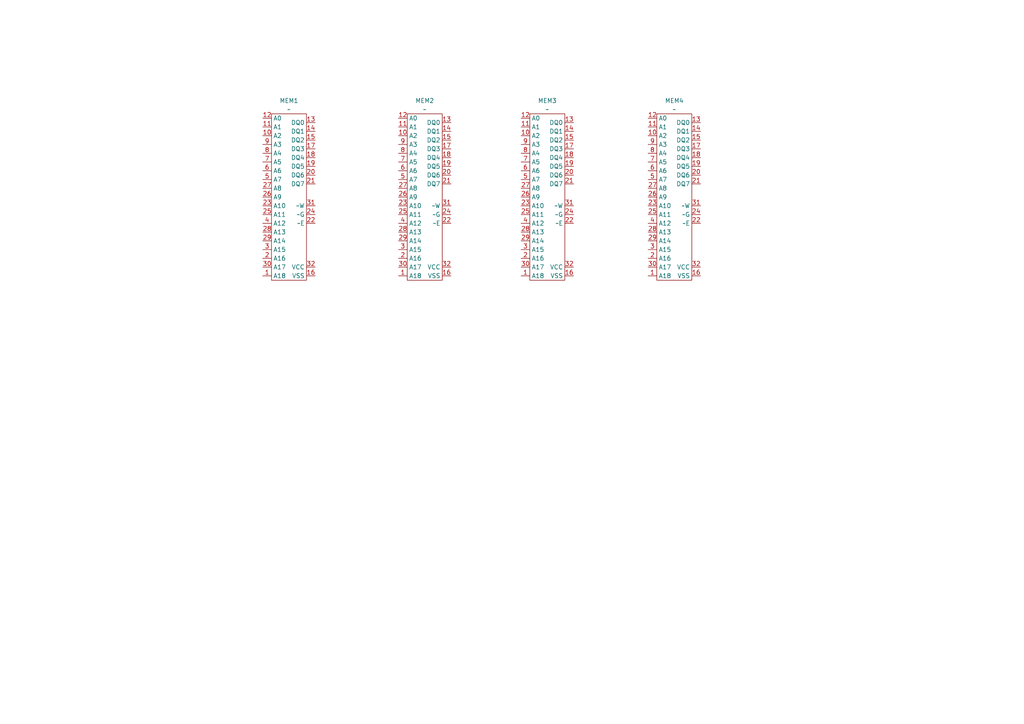
<source format=kicad_sch>
(kicad_sch (version 20231120) (generator "eeschema") (generator_version "8.0")
  (paper "A4")
  (lib_symbols
    (symbol "M29F040B:M29F040B"
      (property "Reference" "MEM" (at 0 22.86 0))
      (symbol "M29F040B_0_1"
        (rectangle (start -5.08 21.59) (end 5.08 -26.67))
      )
      (symbol "M29F040B_1_1"
        (pin input line (at -7.62 -25.4 0) (length 2.54) (name "A18") (number "1"))
        (pin input line (at -7.62 15.24 0) (length 2.54) (name "A2") (number "10"))
        (pin input line (at -7.62 17.78 0) (length 2.54) (name "A1") (number "11"))
        (pin input line (at -7.62 20.32 0) (length 2.54) (name "A0") (number "12"))
        (pin input line (at 7.62 19.05 180) (length 2.54) (name "DQ0") (number "13"))
        (pin input line (at 7.62 16.51 180) (length 2.54) (name "DQ1") (number "14"))
        (pin input line (at 7.62 13.97 180) (length 2.54) (name "DQ2") (number "15"))
        (pin input line (at 7.62 -25.4 180) (length 2.54) (name "VSS") (number "16"))
        (pin input line (at 7.62 11.43 180) (length 2.54) (name "DQ3") (number "17"))
        (pin input line (at 7.62 8.89 180) (length 2.54) (name "DQ4") (number "18"))
        (pin input line (at 7.62 6.35 180) (length 2.54) (name "DQ5") (number "19"))
        (pin input line (at -7.62 -20.32 0) (length 2.54) (name "A16") (number "2"))
        (pin input line (at 7.62 3.81 180) (length 2.54) (name "DQ6") (number "20"))
        (pin input line (at 7.62 1.27 180) (length 2.54) (name "DQ7") (number "21"))
        (pin input line (at 7.62 -10.16 180) (length 2.54) (name "~E") (number "22"))
        (pin input line (at -7.62 -5.08 0) (length 2.54) (name "A10") (number "23"))
        (pin input line (at 7.62 -7.62 180) (length 2.54) (name "~G") (number "24"))
        (pin input line (at -7.62 -7.62 0) (length 2.54) (name "A11") (number "25"))
        (pin input line (at -7.62 -2.54 0) (length 2.54) (name "A9") (number "26"))
        (pin input line (at -7.62 0 0) (length 2.54) (name "A8") (number "27"))
        (pin input line (at -7.62 -12.7 0) (length 2.54) (name "A13") (number "28"))
        (pin input line (at -7.62 -15.24 0) (length 2.54) (name "A14") (number "29"))
        (pin input line (at -7.62 -17.78 0) (length 2.54) (name "A15") (number "3"))
        (pin input line (at -7.62 -22.86 0) (length 2.54) (name "A17") (number "30"))
        (pin input line (at 7.62 -5.08 180) (length 2.54) (name "~W") (number "31"))
        (pin input line (at 7.62 -22.86 180) (length 2.54) (name "VCC") (number "32"))
        (pin input line (at -7.62 -10.16 0) (length 2.54) (name "A12") (number "4"))
        (pin input line (at -7.62 2.54 0) (length 2.54) (name "A7") (number "5"))
        (pin input line (at -7.62 5.08 0) (length 2.54) (name "A6") (number "6"))
        (pin input line (at -7.62 7.62 0) (length 2.54) (name "A5") (number "7"))
        (pin input line (at -7.62 10.16 0) (length 2.54) (name "A4") (number "8"))
        (pin input line (at -7.62 12.7 0) (length 2.54) (name "A3") (number "9"))
      )
    )
  )
  (symbol (lib_id "M29F040B:M29F040B") (at 123.19 54.61 0) (unit 1)
    (property "Reference" "MEM2" (at 123.19 29.21 0))
    (property "Value" "~" (at 123.19 31.75 0))
    (property "Footprint" "Package_DIP:DIP-32_W15.24mm" (effects (hide yes)))
  )
  (symbol (lib_id "M29F040B:M29F040B") (at 158.75 54.61 0) (unit 1)
    (property "Reference" "MEM3" (at 158.75 29.21 0))
    (property "Value" "~" (at 158.75 31.75 0))
    (property "Footprint" "Package_DIP:DIP-32_W15.24mm" (effects (hide yes)))
  )
  (symbol (lib_id "M29F040B:M29F040B") (at 195.58 54.61 0) (unit 1)
    (property "Reference" "MEM4" (at 195.58 29.21 0))
    (property "Value" "~" (at 195.58 31.75 0))
    (property "Footprint" "Package_DIP:DIP-32_W15.24mm" (effects (hide yes)))
  )
  (symbol (lib_id "M29F040B:M29F040B") (at 83.82 54.61 0) (unit 1)
    (property "Reference" "MEM1" (at 83.82 29.21 0))
    (property "Value" "~" (at 83.82 31.75 0))
    (property "Footprint" "Package_DIP:DIP-32_W15.24mm" (effects (hide yes)))
  )
)
</source>
